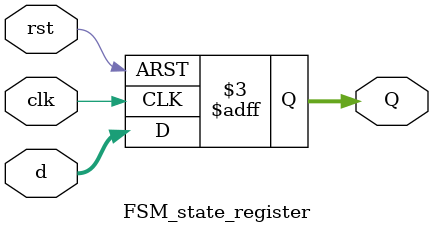
<source format=v>
module FSM_state_register(d,clk,rst,Q);
	input[3:0] d;
	input clk,rst;
	output reg[3:0] Q;	
	
	always @ (posedge clk or posedge rst ) begin
		if (rst==1'b1) begin
			Q <= 4'b0;

		end
		else begin
			Q <= d;
		end
	end
				
endmodule

</source>
